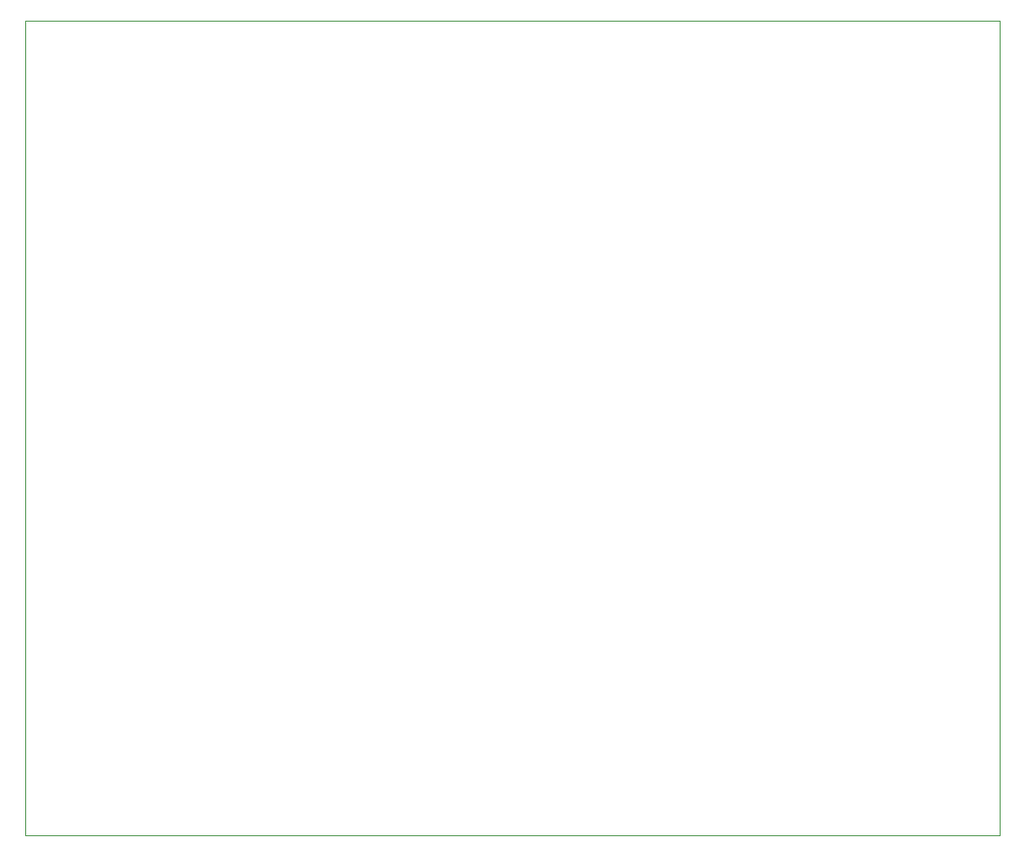
<source format=gbr>
%TF.GenerationSoftware,KiCad,Pcbnew,(7.0.0)*%
%TF.CreationDate,2023-04-21T10:27:54-06:00*%
%TF.ProjectId,PhaseB_ATMEGA,50686173-6542-45f4-9154-4d4547412e6b,rev?*%
%TF.SameCoordinates,Original*%
%TF.FileFunction,Profile,NP*%
%FSLAX46Y46*%
G04 Gerber Fmt 4.6, Leading zero omitted, Abs format (unit mm)*
G04 Created by KiCad (PCBNEW (7.0.0)) date 2023-04-21 10:27:54*
%MOMM*%
%LPD*%
G01*
G04 APERTURE LIST*
%TA.AperFunction,Profile*%
%ADD10C,0.100000*%
%TD*%
G04 APERTURE END LIST*
D10*
X48158400Y-107365800D02*
X139674600Y-107365800D01*
X139674600Y-107365800D02*
X139674600Y-183921400D01*
X139674600Y-183921400D02*
X48158400Y-183921400D01*
X48158400Y-183921400D02*
X48158400Y-107365800D01*
M02*

</source>
